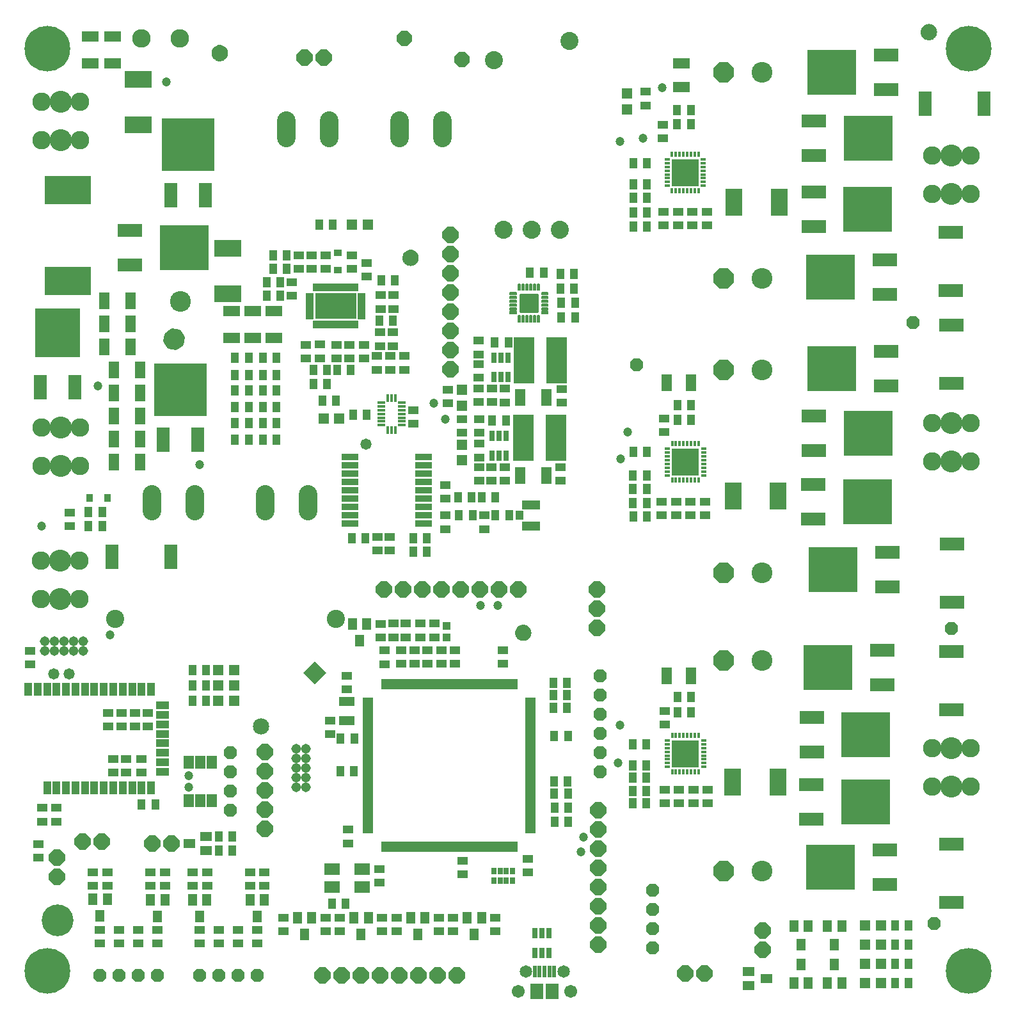
<source format=gts>
G75*
%MOIN*%
%OFA0B0*%
%FSLAX25Y25*%
%IPPOS*%
%LPD*%
%AMOC8*
5,1,8,0,0,1.08239X$1,22.5*
%
%ADD10C,0.16548*%
%ADD11R,0.05524X0.03950*%
%ADD12R,0.03950X0.05524*%
%ADD13R,0.08477X0.08477*%
%ADD14C,0.08477*%
%ADD15R,0.04737X0.06312*%
%ADD16R,0.02375X0.06115*%
%ADD17C,0.06509*%
%ADD18R,0.06706X0.08280*%
%ADD19C,0.06737*%
%ADD20OC8,0.08400*%
%ADD21R,0.07887X0.04737*%
%ADD22R,0.01900X0.05600*%
%ADD23R,0.05600X0.01900*%
%ADD24R,0.02965X0.05524*%
%ADD25R,0.07887X0.05918*%
%ADD26R,0.03162X0.01784*%
%ADD27R,0.01784X0.03162*%
%ADD28R,0.14383X0.14383*%
%ADD29OC8,0.06800*%
%ADD30R,0.12611X0.07099*%
%ADD31R,0.25209X0.23635*%
%ADD32R,0.08674X0.14186*%
%ADD33R,0.05524X0.05524*%
%ADD34R,0.06312X0.04737*%
%ADD35R,0.12887X0.06784*%
%ADD36R,0.06784X0.12887*%
%ADD37R,0.01981X0.03969*%
%ADD38R,0.03969X0.01981*%
%ADD39R,0.21469X0.13595*%
%ADD40R,0.08910X0.05800*%
%ADD41R,0.14186X0.08674*%
%ADD42R,0.07099X0.12611*%
%ADD43R,0.23635X0.25209*%
%ADD44R,0.05800X0.08910*%
%ADD45C,0.04737*%
%ADD46C,0.09400*%
%ADD47OC8,0.07887*%
%ADD48C,0.10800*%
%ADD49C,0.02160*%
%ADD50R,0.03950X0.03950*%
%ADD51R,0.27178X0.27178*%
%ADD52C,0.11430*%
%ADD53R,0.05524X0.08674*%
%ADD54OC8,0.10800*%
%ADD55R,0.08674X0.05524*%
%ADD56C,0.00698*%
%ADD57C,0.01010*%
%ADD58C,0.00500*%
%ADD59C,0.23800*%
%ADD60R,0.04068X0.03280*%
%ADD61R,0.03950X0.01784*%
%ADD62R,0.01784X0.03950*%
%ADD63R,0.08674X0.03556*%
%ADD64C,0.05800*%
%ADD65R,0.09461X0.04934*%
%ADD66R,0.03950X0.04737*%
%ADD67R,0.24422X0.14580*%
%ADD68C,0.05162*%
%ADD69R,0.02769X0.03359*%
%ADD70R,0.10643X0.24422*%
%ADD71C,0.09658*%
%ADD72C,0.09658*%
%ADD73R,0.05400X0.07100*%
%ADD74R,0.04100X0.06500*%
%ADD75R,0.06500X0.04100*%
%ADD76R,0.03280X0.04068*%
%ADD77C,0.09461*%
D10*
X0064800Y0059148D03*
D11*
X0087000Y0054191D03*
X0087000Y0047105D03*
X0097000Y0047105D03*
X0097000Y0054191D03*
X0107000Y0054191D03*
X0107000Y0047105D03*
X0117000Y0047105D03*
X0117000Y0054191D03*
X0138900Y0054191D03*
X0138900Y0047105D03*
X0148900Y0047105D03*
X0148900Y0054191D03*
X0158900Y0054191D03*
X0158900Y0047105D03*
X0168900Y0047105D03*
X0168900Y0054191D03*
X0182500Y0053405D03*
X0182500Y0060491D03*
X0172600Y0077205D03*
X0172600Y0084291D03*
X0165100Y0084291D03*
X0165100Y0077205D03*
X0142900Y0077205D03*
X0142900Y0084291D03*
X0135100Y0084291D03*
X0135100Y0077205D03*
X0120800Y0077205D03*
X0120800Y0084291D03*
X0113300Y0084291D03*
X0113300Y0077205D03*
X0090900Y0077205D03*
X0090900Y0084291D03*
X0083200Y0084291D03*
X0083200Y0077205D03*
X0055000Y0091805D03*
X0055000Y0098891D03*
X0057000Y0110605D03*
X0057000Y0117691D03*
X0064300Y0117691D03*
X0064300Y0110605D03*
X0093800Y0136205D03*
X0100600Y0136205D03*
X0108500Y0136205D03*
X0108500Y0143291D03*
X0100600Y0143291D03*
X0093800Y0143291D03*
X0091100Y0160105D03*
X0091100Y0167191D03*
X0098100Y0167191D03*
X0105100Y0167191D03*
X0111800Y0167191D03*
X0111800Y0160105D03*
X0105100Y0160105D03*
X0098100Y0160105D03*
X0050500Y0192505D03*
X0050500Y0199591D03*
X0071100Y0264505D03*
X0071100Y0271591D03*
X0194211Y0351905D03*
X0194211Y0358991D03*
X0201361Y0359041D03*
X0201361Y0351955D03*
X0210100Y0351916D03*
X0216711Y0351905D03*
X0216711Y0358991D03*
X0210100Y0359002D03*
X0224411Y0358991D03*
X0224411Y0351905D03*
X0231311Y0353091D03*
X0232711Y0358305D03*
X0239611Y0358305D03*
X0238211Y0353091D03*
X0238211Y0346005D03*
X0231311Y0346005D03*
X0245500Y0345994D03*
X0245500Y0353080D03*
X0239611Y0365391D03*
X0232711Y0365391D03*
X0233111Y0377605D03*
X0239711Y0377605D03*
X0239711Y0384691D03*
X0233111Y0384691D03*
X0225711Y0394505D03*
X0225711Y0401591D03*
X0218211Y0398405D03*
X0218211Y0405491D03*
X0204611Y0405491D03*
X0197311Y0405491D03*
X0190600Y0405580D03*
X0190600Y0398494D03*
X0197311Y0398405D03*
X0204611Y0398405D03*
X0186711Y0391491D03*
X0186711Y0384405D03*
X0250200Y0324891D03*
X0250200Y0317805D03*
X0268200Y0328505D03*
X0268200Y0335591D03*
X0284300Y0336191D03*
X0284300Y0341905D03*
X0284300Y0348991D03*
X0284300Y0354005D03*
X0284300Y0361091D03*
X0291200Y0336191D03*
X0291200Y0329105D03*
X0284300Y0329105D03*
X0284600Y0320191D03*
X0284600Y0313105D03*
X0284600Y0307391D03*
X0275500Y0313105D03*
X0275500Y0320191D03*
X0284600Y0300305D03*
X0284500Y0295291D03*
X0291000Y0295291D03*
X0297800Y0295291D03*
X0297800Y0288205D03*
X0291000Y0288205D03*
X0284500Y0288205D03*
X0266900Y0285791D03*
X0266900Y0278705D03*
X0267000Y0270091D03*
X0267000Y0263005D03*
X0287100Y0263005D03*
X0287100Y0270091D03*
X0327000Y0288105D03*
X0327000Y0295191D03*
X0327400Y0328905D03*
X0327400Y0335991D03*
X0297800Y0336091D03*
X0297800Y0329005D03*
X0237700Y0258891D03*
X0231400Y0258991D03*
X0231400Y0251905D03*
X0237700Y0251805D03*
X0239900Y0213691D03*
X0246200Y0213691D03*
X0246200Y0206605D03*
X0239900Y0206605D03*
X0233300Y0206505D03*
X0235100Y0199691D03*
X0235100Y0192605D03*
X0244000Y0192705D03*
X0250700Y0192705D03*
X0257500Y0192705D03*
X0257500Y0199791D03*
X0250700Y0199791D03*
X0244000Y0199791D03*
X0253800Y0206605D03*
X0261300Y0206605D03*
X0264700Y0199891D03*
X0264700Y0192805D03*
X0271900Y0192805D03*
X0271900Y0199891D03*
X0261300Y0213691D03*
X0253800Y0213691D03*
X0233300Y0213591D03*
X0215500Y0186491D03*
X0215500Y0179405D03*
X0206900Y0163291D03*
X0206900Y0156205D03*
X0216100Y0106391D03*
X0216100Y0099305D03*
X0232500Y0085991D03*
X0232500Y0078905D03*
X0234000Y0060491D03*
X0234000Y0053405D03*
X0241500Y0053405D03*
X0241500Y0060491D03*
X0263500Y0060491D03*
X0271000Y0060491D03*
X0271000Y0053405D03*
X0263500Y0053405D03*
X0293000Y0053405D03*
X0293000Y0060491D03*
X0275700Y0083105D03*
X0275700Y0090191D03*
X0309700Y0091191D03*
X0309700Y0084105D03*
X0381100Y0120205D03*
X0381100Y0127291D03*
X0388600Y0127291D03*
X0388600Y0120205D03*
X0396100Y0120205D03*
X0396100Y0127291D03*
X0403600Y0127291D03*
X0403600Y0120205D03*
X0381110Y0161027D03*
X0381110Y0168113D03*
X0296800Y0192705D03*
X0296800Y0199791D03*
X0379600Y0270205D03*
X0379600Y0277291D03*
X0387100Y0277291D03*
X0387100Y0270205D03*
X0394600Y0270205D03*
X0394600Y0277291D03*
X0402100Y0277291D03*
X0402100Y0270205D03*
X0380710Y0313553D03*
X0380710Y0320639D03*
X0380600Y0421205D03*
X0380600Y0428291D03*
X0388100Y0428291D03*
X0388100Y0421205D03*
X0395600Y0421205D03*
X0395600Y0428291D03*
X0403100Y0428291D03*
X0403100Y0421205D03*
X0380310Y0466405D03*
X0380310Y0473491D03*
X0371100Y0483605D03*
X0371100Y0490691D03*
X0212000Y0060491D03*
X0212000Y0053405D03*
X0204500Y0053405D03*
X0204500Y0060491D03*
D12*
X0207857Y0067748D03*
X0214943Y0067748D03*
X0155843Y0095448D03*
X0155843Y0102748D03*
X0148757Y0102748D03*
X0148757Y0095448D03*
X0115743Y0119648D03*
X0108657Y0119648D03*
X0135057Y0173348D03*
X0142143Y0173348D03*
X0142143Y0181348D03*
X0135057Y0181348D03*
X0135057Y0189648D03*
X0142143Y0189648D03*
X0212257Y0153748D03*
X0219343Y0153748D03*
X0219243Y0136848D03*
X0212157Y0136848D03*
X0323457Y0131648D03*
X0330543Y0131648D03*
X0330719Y0125065D03*
X0323632Y0125065D03*
X0323732Y0117765D03*
X0330819Y0117765D03*
X0330819Y0110365D03*
X0323732Y0110365D03*
X0364446Y0120248D03*
X0364467Y0126348D03*
X0371554Y0126348D03*
X0371533Y0120248D03*
X0371554Y0133448D03*
X0371554Y0139848D03*
X0364467Y0139848D03*
X0364467Y0133448D03*
X0364467Y0150870D03*
X0371554Y0150870D03*
X0387867Y0167370D03*
X0394954Y0167370D03*
X0394854Y0175370D03*
X0387767Y0175370D03*
X0330243Y0176448D03*
X0330243Y0182948D03*
X0323157Y0182948D03*
X0323157Y0176448D03*
X0323157Y0169848D03*
X0330243Y0169848D03*
X0330743Y0155048D03*
X0323657Y0155048D03*
X0257143Y0251148D03*
X0250057Y0251148D03*
X0250057Y0258148D03*
X0257143Y0258148D03*
X0273957Y0270048D03*
X0281043Y0270048D03*
X0280543Y0279448D03*
X0285757Y0279548D03*
X0292843Y0279548D03*
X0292957Y0270048D03*
X0300043Y0270048D03*
X0273457Y0279448D03*
X0291257Y0319548D03*
X0298343Y0319548D03*
X0299743Y0360248D03*
X0292657Y0360248D03*
X0327257Y0373248D03*
X0334343Y0373248D03*
X0334343Y0380748D03*
X0327257Y0380748D03*
X0326857Y0388248D03*
X0333943Y0388248D03*
X0333943Y0395748D03*
X0326857Y0395748D03*
X0318043Y0396548D03*
X0310957Y0396548D03*
X0364767Y0420548D03*
X0371854Y0420548D03*
X0371854Y0427848D03*
X0364767Y0427848D03*
X0364767Y0435348D03*
X0371854Y0435348D03*
X0371854Y0442448D03*
X0364767Y0442448D03*
X0364867Y0453548D03*
X0371954Y0453548D03*
X0387667Y0473848D03*
X0394754Y0473848D03*
X0394754Y0481248D03*
X0387667Y0481248D03*
X0240543Y0392359D03*
X0233457Y0392359D03*
X0232357Y0371537D03*
X0239443Y0371537D03*
X0217654Y0345948D03*
X0210568Y0345948D03*
X0205254Y0345848D03*
X0198168Y0345848D03*
X0198157Y0338559D03*
X0205243Y0338559D03*
X0202845Y0329978D03*
X0209931Y0329978D03*
X0218857Y0322348D03*
X0225943Y0322348D03*
X0178868Y0326576D03*
X0178868Y0318076D03*
X0171781Y0318076D03*
X0164368Y0318076D03*
X0157281Y0318076D03*
X0157281Y0326576D03*
X0164368Y0326576D03*
X0171781Y0326576D03*
X0171781Y0335076D03*
X0164368Y0335076D03*
X0157281Y0335076D03*
X0157281Y0343176D03*
X0164368Y0343176D03*
X0171781Y0343176D03*
X0178868Y0343176D03*
X0178868Y0335076D03*
X0178968Y0352076D03*
X0171881Y0352076D03*
X0164368Y0352076D03*
X0157281Y0352076D03*
X0173768Y0384448D03*
X0173768Y0391448D03*
X0180854Y0391448D03*
X0180854Y0384448D03*
X0184254Y0398548D03*
X0184232Y0405548D03*
X0177146Y0405548D03*
X0177168Y0398548D03*
X0201057Y0421648D03*
X0208143Y0421648D03*
X0178868Y0309576D03*
X0171781Y0309576D03*
X0164368Y0309576D03*
X0157281Y0309576D03*
X0218057Y0258148D03*
X0225143Y0258148D03*
X0088043Y0264548D03*
X0080957Y0264548D03*
X0080957Y0271848D03*
X0088043Y0271848D03*
X0364667Y0276548D03*
X0371754Y0276548D03*
X0371833Y0269348D03*
X0364746Y0269348D03*
X0364667Y0283848D03*
X0371754Y0283848D03*
X0371754Y0290848D03*
X0364667Y0290848D03*
X0364767Y0303296D03*
X0371854Y0303296D03*
X0387867Y0319696D03*
X0394954Y0319696D03*
X0394854Y0327596D03*
X0387767Y0327596D03*
X0501067Y0056348D03*
X0508154Y0056348D03*
X0508154Y0046348D03*
X0501067Y0046348D03*
X0501067Y0036348D03*
X0508154Y0036348D03*
X0508154Y0026348D03*
X0501067Y0026348D03*
D13*
G36*
X0192826Y0188167D02*
X0198819Y0194160D01*
X0204812Y0188167D01*
X0198819Y0182174D01*
X0192826Y0188167D01*
G37*
D14*
X0170981Y0160329D03*
D15*
X0222100Y0204917D03*
X0218360Y0213579D03*
X0225840Y0213579D03*
X0172640Y0069679D03*
X0168900Y0061017D03*
X0165160Y0069679D03*
X0142640Y0069679D03*
X0135160Y0069679D03*
X0138900Y0061017D03*
X0120740Y0069679D03*
X0117000Y0061017D03*
X0113260Y0069679D03*
X0090740Y0070079D03*
X0083260Y0070079D03*
X0087000Y0061417D03*
X0189760Y0060479D03*
X0197240Y0060479D03*
X0193500Y0051817D03*
X0219260Y0060479D03*
X0226740Y0060479D03*
X0223000Y0051817D03*
X0248760Y0060479D03*
X0256240Y0060479D03*
X0252500Y0051817D03*
X0278260Y0060479D03*
X0285740Y0060479D03*
X0282000Y0051817D03*
X0448370Y0056072D03*
X0455850Y0056072D03*
X0465870Y0056072D03*
X0473350Y0056072D03*
X0469610Y0046624D03*
X0469610Y0036072D03*
X0465870Y0026624D03*
X0473350Y0026624D03*
X0455850Y0026624D03*
X0448370Y0026624D03*
X0452110Y0036072D03*
X0452110Y0046624D03*
D16*
X0323661Y0032648D03*
X0321102Y0032648D03*
X0318543Y0032648D03*
X0315983Y0032648D03*
X0313424Y0032648D03*
D17*
X0308700Y0032648D03*
X0328385Y0032648D03*
D18*
X0322480Y0022018D03*
X0314606Y0022018D03*
D19*
X0304763Y0022018D03*
X0332322Y0022018D03*
D20*
X0346500Y0046348D03*
X0346500Y0056348D03*
X0346500Y0066348D03*
X0346500Y0076348D03*
X0346500Y0086348D03*
X0346500Y0096348D03*
X0346500Y0106348D03*
X0346500Y0116348D03*
X0432110Y0053848D03*
X0432110Y0043848D03*
X0401910Y0031648D03*
X0391910Y0031648D03*
X0272700Y0030548D03*
X0262700Y0030548D03*
X0252700Y0030548D03*
X0242700Y0030548D03*
X0232700Y0030548D03*
X0222700Y0030548D03*
X0212700Y0030548D03*
X0202700Y0030548D03*
X0172900Y0106848D03*
X0172900Y0116848D03*
X0172900Y0126848D03*
X0172900Y0136848D03*
X0172900Y0146848D03*
X0124100Y0099148D03*
X0114100Y0099148D03*
X0087800Y0100048D03*
X0077800Y0100048D03*
X0064400Y0091848D03*
X0064400Y0081848D03*
X0234700Y0231448D03*
X0244700Y0231448D03*
X0254700Y0231448D03*
X0264700Y0231448D03*
X0274700Y0231448D03*
X0284700Y0231448D03*
X0294700Y0231448D03*
X0304700Y0231448D03*
X0345700Y0231648D03*
X0345700Y0221648D03*
X0345700Y0211648D03*
X0269500Y0346148D03*
X0269500Y0356148D03*
X0269500Y0366148D03*
X0269500Y0376148D03*
X0269500Y0386148D03*
X0269500Y0396148D03*
X0269500Y0406148D03*
X0269500Y0416148D03*
X0203500Y0508348D03*
X0193500Y0508348D03*
D21*
X0215500Y0173169D03*
X0215500Y0163327D03*
D22*
X0234451Y0182148D03*
X0236420Y0182148D03*
X0238388Y0182148D03*
X0240357Y0182148D03*
X0242325Y0182148D03*
X0244294Y0182148D03*
X0246262Y0182148D03*
X0248231Y0182148D03*
X0250199Y0182148D03*
X0252168Y0182148D03*
X0254136Y0182148D03*
X0256105Y0182148D03*
X0258073Y0182148D03*
X0260042Y0182148D03*
X0262010Y0182148D03*
X0263979Y0182148D03*
X0265947Y0182148D03*
X0267916Y0182148D03*
X0269884Y0182148D03*
X0271853Y0182148D03*
X0273821Y0182148D03*
X0275790Y0182148D03*
X0277758Y0182148D03*
X0279727Y0182148D03*
X0281695Y0182148D03*
X0283664Y0182148D03*
X0285632Y0182148D03*
X0287601Y0182148D03*
X0289569Y0182148D03*
X0291538Y0182148D03*
X0293506Y0182148D03*
X0295475Y0182148D03*
X0297443Y0182148D03*
X0299412Y0182148D03*
X0301380Y0182148D03*
X0303349Y0182148D03*
X0303349Y0097548D03*
X0301380Y0097548D03*
X0299412Y0097548D03*
X0297443Y0097548D03*
X0295475Y0097548D03*
X0293506Y0097548D03*
X0291538Y0097548D03*
X0289569Y0097548D03*
X0287601Y0097548D03*
X0285632Y0097548D03*
X0283664Y0097548D03*
X0281695Y0097548D03*
X0279727Y0097548D03*
X0277758Y0097548D03*
X0275790Y0097548D03*
X0273821Y0097548D03*
X0271853Y0097548D03*
X0269884Y0097548D03*
X0267916Y0097548D03*
X0265947Y0097548D03*
X0263979Y0097548D03*
X0262010Y0097548D03*
X0260042Y0097548D03*
X0258073Y0097548D03*
X0256105Y0097548D03*
X0254136Y0097548D03*
X0252168Y0097548D03*
X0250199Y0097548D03*
X0248231Y0097548D03*
X0246262Y0097548D03*
X0244294Y0097548D03*
X0242325Y0097548D03*
X0240357Y0097548D03*
X0238388Y0097548D03*
X0236420Y0097548D03*
X0234451Y0097548D03*
D23*
X0226600Y0105399D03*
X0226600Y0107368D03*
X0226600Y0109336D03*
X0226600Y0111305D03*
X0226600Y0113273D03*
X0226600Y0115242D03*
X0226600Y0117210D03*
X0226600Y0119179D03*
X0226600Y0121147D03*
X0226600Y0123116D03*
X0226600Y0125084D03*
X0226600Y0127053D03*
X0226600Y0129021D03*
X0226600Y0130990D03*
X0226600Y0132958D03*
X0226600Y0134927D03*
X0226600Y0136895D03*
X0226600Y0138864D03*
X0226600Y0140832D03*
X0226600Y0142801D03*
X0226600Y0144769D03*
X0226600Y0146738D03*
X0226600Y0148706D03*
X0226600Y0150675D03*
X0226600Y0152643D03*
X0226600Y0154612D03*
X0226600Y0156580D03*
X0226600Y0158549D03*
X0226600Y0160517D03*
X0226600Y0162486D03*
X0226600Y0164454D03*
X0226600Y0166423D03*
X0226600Y0168391D03*
X0226600Y0170360D03*
X0226600Y0172328D03*
X0226600Y0174297D03*
X0311200Y0174297D03*
X0311200Y0172328D03*
X0311200Y0170360D03*
X0311200Y0168391D03*
X0311200Y0166423D03*
X0311200Y0164454D03*
X0311200Y0162486D03*
X0311200Y0160517D03*
X0311200Y0158549D03*
X0311200Y0156580D03*
X0311200Y0154612D03*
X0311200Y0152643D03*
X0311200Y0150675D03*
X0311200Y0148706D03*
X0311200Y0146738D03*
X0311200Y0144769D03*
X0311200Y0142801D03*
X0311200Y0140832D03*
X0311200Y0138864D03*
X0311200Y0136895D03*
X0311200Y0134927D03*
X0311200Y0132958D03*
X0311200Y0130990D03*
X0311200Y0129021D03*
X0311200Y0127053D03*
X0311200Y0125084D03*
X0311200Y0123116D03*
X0311200Y0121147D03*
X0311200Y0119179D03*
X0311200Y0117210D03*
X0311200Y0115242D03*
X0311200Y0113273D03*
X0311200Y0111305D03*
X0311200Y0109336D03*
X0311200Y0107368D03*
X0311200Y0105399D03*
D24*
X0313460Y0052567D03*
X0317200Y0052567D03*
X0320940Y0052567D03*
X0320940Y0042330D03*
X0317200Y0042330D03*
X0313460Y0042330D03*
X0298540Y0301230D03*
X0294800Y0301230D03*
X0291060Y0301230D03*
X0291060Y0311466D03*
X0294800Y0311466D03*
X0298540Y0311466D03*
X0299640Y0342030D03*
X0295900Y0342030D03*
X0292160Y0342030D03*
X0292160Y0352266D03*
X0295900Y0352266D03*
X0299640Y0352266D03*
D25*
X0223574Y0085972D03*
X0223574Y0076524D03*
X0207826Y0076524D03*
X0207826Y0085972D03*
D26*
X0382461Y0139080D03*
X0382461Y0141049D03*
X0382461Y0143017D03*
X0382461Y0144986D03*
X0382461Y0146954D03*
X0382461Y0148923D03*
X0382461Y0150891D03*
X0382461Y0152860D03*
X0401359Y0152860D03*
X0401359Y0150891D03*
X0401359Y0148923D03*
X0401359Y0146954D03*
X0401359Y0144986D03*
X0401359Y0143017D03*
X0401359Y0141049D03*
X0401359Y0139080D03*
X0401359Y0291006D03*
X0401359Y0292975D03*
X0401359Y0294943D03*
X0401359Y0296912D03*
X0401359Y0298880D03*
X0401359Y0300849D03*
X0401359Y0302817D03*
X0401359Y0304786D03*
X0382461Y0304786D03*
X0382461Y0302817D03*
X0382461Y0300849D03*
X0382461Y0298880D03*
X0382461Y0296912D03*
X0382461Y0294943D03*
X0382461Y0292975D03*
X0382461Y0291006D03*
X0382361Y0441758D03*
X0382361Y0443727D03*
X0382361Y0445695D03*
X0382361Y0447664D03*
X0382361Y0449632D03*
X0382361Y0451601D03*
X0382361Y0453569D03*
X0382361Y0455538D03*
X0401259Y0455538D03*
X0401259Y0453569D03*
X0401259Y0451601D03*
X0401259Y0449632D03*
X0401259Y0447664D03*
X0401259Y0445695D03*
X0401259Y0443727D03*
X0401259Y0441758D03*
D27*
X0398700Y0439199D03*
X0396731Y0439199D03*
X0394763Y0439199D03*
X0392794Y0439199D03*
X0390826Y0439199D03*
X0388857Y0439199D03*
X0386889Y0439199D03*
X0384920Y0439199D03*
X0384920Y0458097D03*
X0386889Y0458097D03*
X0388857Y0458097D03*
X0390826Y0458097D03*
X0392794Y0458097D03*
X0394763Y0458097D03*
X0396731Y0458097D03*
X0398700Y0458097D03*
X0398800Y0307345D03*
X0396831Y0307345D03*
X0394863Y0307345D03*
X0392894Y0307345D03*
X0390926Y0307345D03*
X0388957Y0307345D03*
X0386989Y0307345D03*
X0385020Y0307345D03*
X0385020Y0288447D03*
X0386989Y0288447D03*
X0388957Y0288447D03*
X0390926Y0288447D03*
X0392894Y0288447D03*
X0394863Y0288447D03*
X0396831Y0288447D03*
X0398800Y0288447D03*
X0398800Y0155419D03*
X0396831Y0155419D03*
X0394863Y0155419D03*
X0392894Y0155419D03*
X0390926Y0155419D03*
X0388957Y0155419D03*
X0386989Y0155419D03*
X0385020Y0155419D03*
X0385020Y0136521D03*
X0386989Y0136521D03*
X0388957Y0136521D03*
X0390926Y0136521D03*
X0392894Y0136521D03*
X0394863Y0136521D03*
X0396831Y0136521D03*
X0398800Y0136521D03*
D28*
X0391910Y0145970D03*
X0391910Y0297896D03*
X0391810Y0448648D03*
D29*
X0366350Y0348648D03*
X0510600Y0370348D03*
X0530650Y0211298D03*
X0374810Y0074748D03*
X0374810Y0064748D03*
X0374810Y0054748D03*
X0374810Y0044748D03*
X0347600Y0136448D03*
X0347600Y0146448D03*
X0347600Y0156448D03*
X0347600Y0166448D03*
X0347600Y0176448D03*
X0347600Y0186448D03*
X0521550Y0057548D03*
X0168900Y0030548D03*
X0158900Y0030548D03*
X0148900Y0030548D03*
X0138900Y0030548D03*
X0117000Y0030548D03*
X0107000Y0030548D03*
X0097000Y0030548D03*
X0087000Y0030548D03*
X0154800Y0116548D03*
X0154800Y0126548D03*
X0154800Y0136548D03*
X0154800Y0146548D03*
D30*
X0102411Y0400552D03*
X0102411Y0418544D03*
X0457690Y0164866D03*
X0457690Y0146874D03*
X0457610Y0129966D03*
X0457610Y0111974D03*
X0495910Y0095822D03*
X0495910Y0077830D03*
X0494390Y0181730D03*
X0494390Y0199722D03*
X0497210Y0233004D03*
X0497210Y0250996D03*
X0458610Y0268100D03*
X0458610Y0286092D03*
X0458990Y0303700D03*
X0458990Y0321692D03*
X0496390Y0337604D03*
X0496390Y0355596D03*
X0495710Y0385152D03*
X0495710Y0403144D03*
X0458710Y0420352D03*
X0458710Y0438344D03*
X0458990Y0457652D03*
X0458990Y0475644D03*
X0496390Y0491752D03*
X0496390Y0509744D03*
D31*
X0468122Y0500748D03*
X0487257Y0466648D03*
X0486978Y0429348D03*
X0467443Y0394148D03*
X0468122Y0346600D03*
X0487257Y0312696D03*
X0486878Y0277096D03*
X0468943Y0242000D03*
X0466122Y0190726D03*
X0485957Y0155870D03*
X0485878Y0120970D03*
X0467643Y0086826D03*
X0130679Y0409548D03*
D32*
X0417299Y0433148D03*
X0440921Y0433148D03*
X0440321Y0280296D03*
X0416699Y0280296D03*
X0416599Y0131070D03*
X0440221Y0131070D03*
D33*
X0485476Y0056348D03*
X0493744Y0056348D03*
X0493744Y0046348D03*
X0485476Y0046348D03*
X0485476Y0036348D03*
X0493744Y0036348D03*
X0493744Y0026348D03*
X0485476Y0026348D03*
X0275500Y0298714D03*
X0275500Y0306982D03*
X0275500Y0327314D03*
X0275500Y0335582D03*
X0211646Y0320418D03*
X0203378Y0320418D03*
X0218266Y0421648D03*
X0226534Y0421648D03*
X0361500Y0481561D03*
X0361500Y0489829D03*
X0156734Y0189648D03*
X0156734Y0181348D03*
X0156734Y0173348D03*
X0148466Y0173348D03*
X0148466Y0181348D03*
X0148466Y0189648D03*
D34*
X0142131Y0102888D03*
X0142131Y0095408D03*
X0133469Y0099148D03*
X0424886Y0032588D03*
X0424886Y0025108D03*
X0434335Y0028848D03*
D35*
X0530410Y0068454D03*
X0530410Y0098887D03*
X0530610Y0168854D03*
X0530610Y0199287D03*
X0530710Y0224680D03*
X0530710Y0255113D03*
X0530610Y0338880D03*
X0530610Y0369313D03*
X0530310Y0387031D03*
X0530310Y0417465D03*
D36*
X0516994Y0484648D03*
X0547427Y0484648D03*
X0123717Y0248559D03*
X0093283Y0248559D03*
D37*
X0198884Y0369393D03*
X0200853Y0369393D03*
X0202821Y0369393D03*
X0204790Y0369393D03*
X0206758Y0369393D03*
X0208727Y0369393D03*
X0210695Y0369393D03*
X0212664Y0369393D03*
X0214632Y0369393D03*
X0216601Y0369393D03*
X0218569Y0369393D03*
X0220538Y0369393D03*
X0220538Y0388703D03*
X0218569Y0388703D03*
X0216601Y0388703D03*
X0214632Y0388703D03*
X0212664Y0388703D03*
X0210695Y0388703D03*
X0208727Y0388703D03*
X0206758Y0388703D03*
X0204790Y0388703D03*
X0202821Y0388703D03*
X0200853Y0388703D03*
X0198884Y0388703D03*
D38*
X0196119Y0384954D03*
X0196119Y0382985D03*
X0196119Y0381017D03*
X0196119Y0379048D03*
X0196119Y0377080D03*
X0196119Y0375111D03*
X0196119Y0373143D03*
X0223303Y0373143D03*
X0223303Y0375111D03*
X0223303Y0377080D03*
X0223303Y0379048D03*
X0223303Y0381017D03*
X0223303Y0382985D03*
X0223303Y0384954D03*
D39*
X0209711Y0379048D03*
D40*
X0177600Y0376457D03*
X0166600Y0376457D03*
X0155600Y0376457D03*
X0155600Y0362639D03*
X0166600Y0362639D03*
X0177600Y0362639D03*
X0093400Y0505639D03*
X0081800Y0505639D03*
X0081800Y0519457D03*
X0093400Y0519457D03*
D41*
X0106948Y0497270D03*
X0106948Y0473648D03*
X0153411Y0409159D03*
X0153411Y0385537D03*
D42*
X0141977Y0436904D03*
X0123867Y0436904D03*
X0073907Y0336748D03*
X0055915Y0336748D03*
X0119845Y0309356D03*
X0137955Y0309356D03*
D43*
X0064911Y0365016D03*
D44*
X0089191Y0369748D03*
X0089191Y0357748D03*
X0094191Y0345748D03*
X0094191Y0333748D03*
X0108009Y0333748D03*
X0108009Y0345748D03*
X0103009Y0357748D03*
X0103009Y0369748D03*
X0103009Y0381748D03*
X0089191Y0381748D03*
X0094191Y0321748D03*
X0094191Y0309748D03*
X0094191Y0297748D03*
X0108009Y0297748D03*
X0108009Y0309748D03*
X0108009Y0321748D03*
X0305691Y0331548D03*
X0319509Y0331548D03*
X0319509Y0290748D03*
X0305691Y0290748D03*
D45*
X0266900Y0320198D03*
X0260900Y0328548D03*
X0358300Y0299548D03*
X0361850Y0313398D03*
X0294250Y0223198D03*
X0285200Y0223198D03*
X0357750Y0160698D03*
X0356850Y0141248D03*
X0338900Y0102398D03*
X0337550Y0094848D03*
X0133300Y0128548D03*
X0133300Y0134548D03*
X0092300Y0207948D03*
X0056411Y0264448D03*
X0085800Y0337548D03*
X0138711Y0296548D03*
X0121400Y0495959D03*
X0357750Y0464748D03*
X0369850Y0466498D03*
X0379710Y0492748D03*
D46*
X0331594Y0517161D03*
X0292224Y0507318D03*
X0297146Y0418932D03*
X0311909Y0418932D03*
X0326673Y0418932D03*
D47*
X0275429Y0507368D03*
X0245429Y0518391D03*
D48*
X0128981Y0381481D03*
X0431810Y0393348D03*
X0431810Y0345748D03*
X0431810Y0240048D03*
X0431810Y0194348D03*
X0431810Y0084748D03*
X0431810Y0500748D03*
D49*
X0124077Y0358921D02*
X0122997Y0357841D01*
X0120943Y0360773D01*
X0121565Y0364295D01*
X0124497Y0366349D01*
X0128019Y0365727D01*
X0130073Y0362795D01*
X0129451Y0359273D01*
X0126519Y0357219D01*
X0122997Y0357841D01*
X0123939Y0359320D01*
X0122655Y0361152D01*
X0123044Y0363353D01*
X0124876Y0364637D01*
X0127077Y0364248D01*
X0128361Y0362416D01*
X0127972Y0360215D01*
X0126140Y0358931D01*
X0123939Y0359320D01*
X0124881Y0360799D01*
X0124367Y0361532D01*
X0124523Y0362411D01*
X0125256Y0362925D01*
X0126135Y0362769D01*
X0126649Y0362036D01*
X0126493Y0361157D01*
X0125760Y0360643D01*
X0124881Y0360799D01*
D50*
X0267500Y0212501D03*
X0267500Y0206595D03*
D51*
X0128900Y0335537D03*
X0132922Y0463085D03*
D52*
X0066400Y0465548D03*
X0066400Y0485548D03*
X0066400Y0315748D03*
X0066400Y0295748D03*
X0066200Y0246448D03*
X0066200Y0226448D03*
X0530600Y0298048D03*
X0530600Y0318048D03*
X0530600Y0437348D03*
X0530600Y0457348D03*
X0530600Y0148848D03*
X0530600Y0128848D03*
D53*
X0394909Y0186470D03*
X0382311Y0186470D03*
X0382311Y0339096D03*
X0394909Y0339096D03*
D54*
X0411810Y0345748D03*
X0411810Y0393348D03*
X0411810Y0500748D03*
X0411810Y0240048D03*
X0411810Y0194348D03*
X0411810Y0084748D03*
D55*
X0389810Y0493049D03*
X0389810Y0505647D03*
D56*
X0315844Y0390642D02*
X0314798Y0390642D01*
X0315844Y0390642D02*
X0315844Y0387390D01*
X0314798Y0387390D01*
X0314798Y0390642D01*
X0314798Y0388087D02*
X0315844Y0388087D01*
X0315844Y0388784D02*
X0314798Y0388784D01*
X0314798Y0389481D02*
X0315844Y0389481D01*
X0315844Y0390178D02*
X0314798Y0390178D01*
X0313876Y0390642D02*
X0312830Y0390642D01*
X0313876Y0390642D02*
X0313876Y0387390D01*
X0312830Y0387390D01*
X0312830Y0390642D01*
X0312830Y0388087D02*
X0313876Y0388087D01*
X0313876Y0388784D02*
X0312830Y0388784D01*
X0312830Y0389481D02*
X0313876Y0389481D01*
X0313876Y0390178D02*
X0312830Y0390178D01*
X0311907Y0390642D02*
X0310861Y0390642D01*
X0311907Y0390642D02*
X0311907Y0387390D01*
X0310861Y0387390D01*
X0310861Y0390642D01*
X0310861Y0388087D02*
X0311907Y0388087D01*
X0311907Y0388784D02*
X0310861Y0388784D01*
X0310861Y0389481D02*
X0311907Y0389481D01*
X0311907Y0390178D02*
X0310861Y0390178D01*
X0309939Y0390642D02*
X0308893Y0390642D01*
X0309939Y0390642D02*
X0309939Y0387390D01*
X0308893Y0387390D01*
X0308893Y0390642D01*
X0308893Y0388087D02*
X0309939Y0388087D01*
X0309939Y0388784D02*
X0308893Y0388784D01*
X0308893Y0389481D02*
X0309939Y0389481D01*
X0309939Y0390178D02*
X0308893Y0390178D01*
X0307970Y0390642D02*
X0306924Y0390642D01*
X0307970Y0390642D02*
X0307970Y0387390D01*
X0306924Y0387390D01*
X0306924Y0390642D01*
X0306924Y0388087D02*
X0307970Y0388087D01*
X0307970Y0388784D02*
X0306924Y0388784D01*
X0306924Y0389481D02*
X0307970Y0389481D01*
X0307970Y0390178D02*
X0306924Y0390178D01*
X0306002Y0390642D02*
X0304956Y0390642D01*
X0306002Y0390642D02*
X0306002Y0387390D01*
X0304956Y0387390D01*
X0304956Y0390642D01*
X0304956Y0388087D02*
X0306002Y0388087D01*
X0306002Y0388784D02*
X0304956Y0388784D01*
X0304956Y0389481D02*
X0306002Y0389481D01*
X0306002Y0390178D02*
X0304956Y0390178D01*
X0303758Y0386192D02*
X0303758Y0385146D01*
X0300506Y0385146D01*
X0300506Y0386192D01*
X0303758Y0386192D01*
X0303758Y0385843D02*
X0300506Y0385843D01*
X0303758Y0384224D02*
X0303758Y0383178D01*
X0300506Y0383178D01*
X0300506Y0384224D01*
X0303758Y0384224D01*
X0303758Y0383875D02*
X0300506Y0383875D01*
X0303758Y0382255D02*
X0303758Y0381209D01*
X0300506Y0381209D01*
X0300506Y0382255D01*
X0303758Y0382255D01*
X0303758Y0381906D02*
X0300506Y0381906D01*
X0303758Y0380287D02*
X0303758Y0379241D01*
X0300506Y0379241D01*
X0300506Y0380287D01*
X0303758Y0380287D01*
X0303758Y0379938D02*
X0300506Y0379938D01*
X0303758Y0378318D02*
X0303758Y0377272D01*
X0300506Y0377272D01*
X0300506Y0378318D01*
X0303758Y0378318D01*
X0303758Y0377969D02*
X0300506Y0377969D01*
X0303758Y0376350D02*
X0303758Y0375304D01*
X0300506Y0375304D01*
X0300506Y0376350D01*
X0303758Y0376350D01*
X0303758Y0376001D02*
X0300506Y0376001D01*
X0304956Y0374106D02*
X0306002Y0374106D01*
X0306002Y0370854D01*
X0304956Y0370854D01*
X0304956Y0374106D01*
X0304956Y0371551D02*
X0306002Y0371551D01*
X0306002Y0372248D02*
X0304956Y0372248D01*
X0304956Y0372945D02*
X0306002Y0372945D01*
X0306002Y0373642D02*
X0304956Y0373642D01*
X0306924Y0374106D02*
X0307970Y0374106D01*
X0307970Y0370854D01*
X0306924Y0370854D01*
X0306924Y0374106D01*
X0306924Y0371551D02*
X0307970Y0371551D01*
X0307970Y0372248D02*
X0306924Y0372248D01*
X0306924Y0372945D02*
X0307970Y0372945D01*
X0307970Y0373642D02*
X0306924Y0373642D01*
X0308893Y0374106D02*
X0309939Y0374106D01*
X0309939Y0370854D01*
X0308893Y0370854D01*
X0308893Y0374106D01*
X0308893Y0371551D02*
X0309939Y0371551D01*
X0309939Y0372248D02*
X0308893Y0372248D01*
X0308893Y0372945D02*
X0309939Y0372945D01*
X0309939Y0373642D02*
X0308893Y0373642D01*
X0310861Y0374106D02*
X0311907Y0374106D01*
X0311907Y0370854D01*
X0310861Y0370854D01*
X0310861Y0374106D01*
X0310861Y0371551D02*
X0311907Y0371551D01*
X0311907Y0372248D02*
X0310861Y0372248D01*
X0310861Y0372945D02*
X0311907Y0372945D01*
X0311907Y0373642D02*
X0310861Y0373642D01*
X0312830Y0374106D02*
X0313876Y0374106D01*
X0313876Y0370854D01*
X0312830Y0370854D01*
X0312830Y0374106D01*
X0312830Y0371551D02*
X0313876Y0371551D01*
X0313876Y0372248D02*
X0312830Y0372248D01*
X0312830Y0372945D02*
X0313876Y0372945D01*
X0313876Y0373642D02*
X0312830Y0373642D01*
X0314798Y0374106D02*
X0315844Y0374106D01*
X0315844Y0370854D01*
X0314798Y0370854D01*
X0314798Y0374106D01*
X0314798Y0371551D02*
X0315844Y0371551D01*
X0315844Y0372248D02*
X0314798Y0372248D01*
X0314798Y0372945D02*
X0315844Y0372945D01*
X0315844Y0373642D02*
X0314798Y0373642D01*
X0320294Y0375304D02*
X0320294Y0376350D01*
X0320294Y0375304D02*
X0317042Y0375304D01*
X0317042Y0376350D01*
X0320294Y0376350D01*
X0320294Y0376001D02*
X0317042Y0376001D01*
X0320294Y0377272D02*
X0320294Y0378318D01*
X0320294Y0377272D02*
X0317042Y0377272D01*
X0317042Y0378318D01*
X0320294Y0378318D01*
X0320294Y0377969D02*
X0317042Y0377969D01*
X0320294Y0379241D02*
X0320294Y0380287D01*
X0320294Y0379241D02*
X0317042Y0379241D01*
X0317042Y0380287D01*
X0320294Y0380287D01*
X0320294Y0379938D02*
X0317042Y0379938D01*
X0320294Y0381209D02*
X0320294Y0382255D01*
X0320294Y0381209D02*
X0317042Y0381209D01*
X0317042Y0382255D01*
X0320294Y0382255D01*
X0320294Y0381906D02*
X0317042Y0381906D01*
X0320294Y0383178D02*
X0320294Y0384224D01*
X0320294Y0383178D02*
X0317042Y0383178D01*
X0317042Y0384224D01*
X0320294Y0384224D01*
X0320294Y0383875D02*
X0317042Y0383875D01*
X0320294Y0385146D02*
X0320294Y0386192D01*
X0320294Y0385146D02*
X0317042Y0385146D01*
X0317042Y0386192D01*
X0320294Y0386192D01*
X0320294Y0385843D02*
X0317042Y0385843D01*
D57*
X0305855Y0385293D02*
X0305855Y0376203D01*
X0305855Y0385293D02*
X0314945Y0385293D01*
X0314945Y0376203D01*
X0305855Y0376203D01*
X0305855Y0377212D02*
X0314945Y0377212D01*
X0314945Y0378221D02*
X0305855Y0378221D01*
X0305855Y0379230D02*
X0314945Y0379230D01*
X0314945Y0380239D02*
X0305855Y0380239D01*
X0305855Y0381248D02*
X0314945Y0381248D01*
X0314945Y0382257D02*
X0305855Y0382257D01*
X0305855Y0383266D02*
X0314945Y0383266D01*
X0314945Y0384275D02*
X0305855Y0384275D01*
X0305855Y0385284D02*
X0314945Y0385284D01*
D58*
X0252415Y0402872D02*
X0252593Y0403535D01*
X0252652Y0404219D01*
X0252593Y0404902D01*
X0252415Y0405565D01*
X0252125Y0406187D01*
X0251731Y0406749D01*
X0251246Y0407234D01*
X0250684Y0407628D01*
X0250062Y0407918D01*
X0249399Y0408096D01*
X0248715Y0408156D01*
X0248032Y0408096D01*
X0247369Y0407918D01*
X0246747Y0407628D01*
X0246185Y0407234D01*
X0245699Y0406749D01*
X0245306Y0406187D01*
X0245016Y0405565D01*
X0244838Y0404902D01*
X0244778Y0404219D01*
X0244838Y0403535D01*
X0245016Y0402872D01*
X0245306Y0402250D01*
X0245699Y0401688D01*
X0246185Y0401203D01*
X0246747Y0400809D01*
X0247369Y0400519D01*
X0248032Y0400341D01*
X0248715Y0400281D01*
X0249399Y0400341D01*
X0250062Y0400519D01*
X0250684Y0400809D01*
X0251246Y0401203D01*
X0251731Y0401688D01*
X0252125Y0402250D01*
X0252415Y0402872D01*
X0252475Y0403096D02*
X0244956Y0403096D01*
X0244833Y0403594D02*
X0252598Y0403594D01*
X0252641Y0404093D02*
X0244789Y0404093D01*
X0244811Y0404591D02*
X0252620Y0404591D01*
X0252542Y0405090D02*
X0244888Y0405090D01*
X0245027Y0405588D02*
X0252404Y0405588D01*
X0252172Y0406087D02*
X0245259Y0406087D01*
X0245585Y0406585D02*
X0251846Y0406585D01*
X0251397Y0407084D02*
X0246034Y0407084D01*
X0246682Y0407582D02*
X0250749Y0407582D01*
X0249454Y0408081D02*
X0247977Y0408081D01*
X0245144Y0402597D02*
X0252287Y0402597D01*
X0252019Y0402099D02*
X0245412Y0402099D01*
X0245787Y0401600D02*
X0251644Y0401600D01*
X0251102Y0401102D02*
X0246329Y0401102D01*
X0247188Y0400603D02*
X0250243Y0400603D01*
X0151846Y0507803D02*
X0152331Y0508288D01*
X0152725Y0508850D01*
X0153015Y0509472D01*
X0153193Y0510135D01*
X0153252Y0510819D01*
X0153193Y0511502D01*
X0153015Y0512165D01*
X0152725Y0512787D01*
X0152331Y0513349D01*
X0151846Y0513834D01*
X0151284Y0514228D01*
X0150662Y0514518D01*
X0149999Y0514696D01*
X0149315Y0514756D01*
X0148632Y0514696D01*
X0147969Y0514518D01*
X0147347Y0514228D01*
X0146785Y0513834D01*
X0146299Y0513349D01*
X0145906Y0512787D01*
X0145616Y0512165D01*
X0145438Y0511502D01*
X0145378Y0510819D01*
X0145438Y0510135D01*
X0145616Y0509472D01*
X0145906Y0508850D01*
X0146299Y0508288D01*
X0146785Y0507803D01*
X0147347Y0507409D01*
X0147969Y0507119D01*
X0148632Y0506941D01*
X0149315Y0506881D01*
X0149999Y0506941D01*
X0150662Y0507119D01*
X0151284Y0507409D01*
X0151846Y0507803D01*
X0151818Y0507783D02*
X0146812Y0507783D01*
X0146306Y0508282D02*
X0152325Y0508282D01*
X0152676Y0508780D02*
X0145955Y0508780D01*
X0145706Y0509279D02*
X0152925Y0509279D01*
X0153097Y0509777D02*
X0145534Y0509777D01*
X0145426Y0510276D02*
X0153205Y0510276D01*
X0153248Y0510774D02*
X0145382Y0510774D01*
X0145418Y0511273D02*
X0153213Y0511273D01*
X0153120Y0511771D02*
X0145510Y0511771D01*
X0145665Y0512270D02*
X0152966Y0512270D01*
X0152734Y0512768D02*
X0145897Y0512768D01*
X0146242Y0513267D02*
X0152389Y0513267D01*
X0151915Y0513765D02*
X0146716Y0513765D01*
X0147424Y0514264D02*
X0151207Y0514264D01*
X0151017Y0507285D02*
X0147613Y0507285D01*
X0305481Y0212358D02*
X0304919Y0211964D01*
X0304434Y0211479D01*
X0304040Y0210917D01*
X0303750Y0210295D01*
X0303573Y0209632D01*
X0303513Y0208948D01*
X0303573Y0208264D01*
X0303750Y0207602D01*
X0304040Y0206980D01*
X0304434Y0206417D01*
X0304919Y0205932D01*
X0305481Y0205538D01*
X0306103Y0205248D01*
X0306766Y0205071D01*
X0307450Y0205011D01*
X0308134Y0205071D01*
X0308797Y0205248D01*
X0309419Y0205538D01*
X0309981Y0205932D01*
X0310466Y0206417D01*
X0310860Y0206980D01*
X0311150Y0207602D01*
X0311327Y0208264D01*
X0311387Y0208948D01*
X0311327Y0209632D01*
X0311150Y0210295D01*
X0310860Y0210917D01*
X0310466Y0211479D01*
X0309981Y0211964D01*
X0309419Y0212358D01*
X0308797Y0212648D01*
X0308134Y0212825D01*
X0307450Y0212885D01*
X0306766Y0212825D01*
X0306103Y0212648D01*
X0305481Y0212358D01*
X0305208Y0212166D02*
X0309692Y0212166D01*
X0310277Y0211667D02*
X0304623Y0211667D01*
X0304217Y0211169D02*
X0310683Y0211169D01*
X0310974Y0210670D02*
X0303926Y0210670D01*
X0303718Y0210172D02*
X0311182Y0210172D01*
X0311316Y0209673D02*
X0303584Y0209673D01*
X0303533Y0209175D02*
X0311367Y0209175D01*
X0311363Y0208676D02*
X0303537Y0208676D01*
X0303596Y0208178D02*
X0311304Y0208178D01*
X0311170Y0207679D02*
X0303730Y0207679D01*
X0303947Y0207181D02*
X0310953Y0207181D01*
X0310651Y0206682D02*
X0304249Y0206682D01*
X0304668Y0206184D02*
X0310232Y0206184D01*
X0309628Y0205685D02*
X0305272Y0205685D01*
X0306334Y0205187D02*
X0308566Y0205187D01*
X0308734Y0212664D02*
X0306166Y0212664D01*
X0516781Y0518338D02*
X0517403Y0518048D01*
X0518066Y0517871D01*
X0518750Y0517811D01*
X0519434Y0517871D01*
X0520097Y0518048D01*
X0520719Y0518338D01*
X0521281Y0518732D01*
X0521766Y0519217D01*
X0522160Y0519780D01*
X0522450Y0520402D01*
X0522627Y0521064D01*
X0522687Y0521748D01*
X0522627Y0522432D01*
X0522450Y0523095D01*
X0522160Y0523717D01*
X0521766Y0524279D01*
X0521281Y0524764D01*
X0520719Y0525158D01*
X0520097Y0525448D01*
X0519434Y0525625D01*
X0518750Y0525685D01*
X0518066Y0525625D01*
X0517403Y0525448D01*
X0516781Y0525158D01*
X0516219Y0524764D01*
X0515734Y0524279D01*
X0515340Y0523717D01*
X0515050Y0523095D01*
X0514873Y0522432D01*
X0514813Y0521748D01*
X0514873Y0521064D01*
X0515050Y0520402D01*
X0515340Y0519780D01*
X0515734Y0519217D01*
X0516219Y0518732D01*
X0516781Y0518338D01*
X0516967Y0518252D02*
X0520533Y0518252D01*
X0521299Y0518750D02*
X0516201Y0518750D01*
X0515712Y0519249D02*
X0521788Y0519249D01*
X0522137Y0519747D02*
X0515363Y0519747D01*
X0515123Y0520246D02*
X0522377Y0520246D01*
X0522541Y0520744D02*
X0514959Y0520744D01*
X0514857Y0521243D02*
X0522643Y0521243D01*
X0522686Y0521741D02*
X0514814Y0521741D01*
X0514856Y0522240D02*
X0522644Y0522240D01*
X0522545Y0522739D02*
X0514955Y0522739D01*
X0515117Y0523237D02*
X0522383Y0523237D01*
X0522146Y0523736D02*
X0515354Y0523736D01*
X0515703Y0524234D02*
X0521797Y0524234D01*
X0521312Y0524733D02*
X0516188Y0524733D01*
X0516939Y0525231D02*
X0520561Y0525231D01*
D59*
X0059348Y0032996D03*
X0539663Y0032996D03*
X0539663Y0513311D03*
X0059348Y0513311D03*
D60*
X0210911Y0406976D03*
X0210911Y0397920D03*
D61*
X0233536Y0328854D03*
X0233536Y0326885D03*
X0233536Y0324917D03*
X0233536Y0322948D03*
X0233536Y0320980D03*
X0233536Y0319011D03*
X0233536Y0317043D03*
X0244264Y0317043D03*
X0244264Y0319011D03*
X0244264Y0320980D03*
X0244264Y0322948D03*
X0244264Y0324917D03*
X0244264Y0326885D03*
X0244264Y0328854D03*
D62*
X0240869Y0331265D03*
X0238900Y0331265D03*
X0236931Y0331265D03*
X0236931Y0314631D03*
X0238900Y0314631D03*
X0240869Y0314631D03*
D63*
X0255494Y0300371D03*
X0255494Y0296040D03*
X0255494Y0291709D03*
X0255494Y0287379D03*
X0255494Y0283048D03*
X0255494Y0278717D03*
X0255494Y0274387D03*
X0255494Y0270056D03*
X0255494Y0265725D03*
X0217306Y0265725D03*
X0217306Y0270056D03*
X0217306Y0274387D03*
X0217306Y0278717D03*
X0217306Y0283048D03*
X0217306Y0287379D03*
X0217306Y0291709D03*
X0217306Y0296040D03*
X0217306Y0300371D03*
D64*
X0225400Y0307248D03*
X0070800Y0187348D03*
X0062700Y0187348D03*
D65*
X0311600Y0264635D03*
X0311600Y0275461D03*
D66*
X0305596Y0270048D03*
D67*
X0070100Y0392226D03*
X0070100Y0439470D03*
D68*
X0068300Y0204548D03*
X0068300Y0199548D03*
X0063300Y0199548D03*
X0058300Y0199548D03*
X0058300Y0204548D03*
X0063300Y0204548D03*
X0073300Y0204548D03*
X0073300Y0199548D03*
X0078300Y0199548D03*
X0078300Y0204548D03*
X0189100Y0148648D03*
X0189100Y0143648D03*
X0189100Y0138648D03*
X0189100Y0133648D03*
X0189100Y0128648D03*
X0194100Y0128648D03*
X0194100Y0133648D03*
X0194100Y0138648D03*
X0194100Y0143648D03*
X0194100Y0148648D03*
D69*
X0292276Y0084709D03*
X0295425Y0084709D03*
X0298575Y0084709D03*
X0301724Y0084709D03*
X0301724Y0079787D03*
X0298575Y0079787D03*
X0295425Y0079787D03*
X0292276Y0079787D03*
D70*
X0307534Y0310348D03*
X0324463Y0310348D03*
X0324863Y0350848D03*
X0307934Y0350848D03*
D71*
X0195180Y0281306D02*
X0195180Y0272447D01*
X0172739Y0272447D02*
X0172739Y0281306D01*
X0136125Y0281306D02*
X0136125Y0272447D01*
X0113684Y0272447D02*
X0113684Y0281306D01*
X0183785Y0466935D02*
X0183785Y0475793D01*
X0206226Y0475793D02*
X0206226Y0466935D01*
X0242840Y0466935D02*
X0242840Y0475793D01*
X0265281Y0475793D02*
X0265281Y0466935D01*
D72*
X0128600Y0518548D03*
X0108600Y0518548D03*
X0076400Y0485548D03*
X0076400Y0465548D03*
X0056400Y0465548D03*
X0056400Y0485548D03*
X0056400Y0315748D03*
X0056400Y0295748D03*
X0076400Y0295748D03*
X0076400Y0315748D03*
X0076200Y0246448D03*
X0076200Y0226448D03*
X0056200Y0226448D03*
X0056200Y0246448D03*
X0520600Y0298048D03*
X0540600Y0298048D03*
X0540600Y0318048D03*
X0520600Y0318048D03*
X0520600Y0437348D03*
X0520600Y0457348D03*
X0540600Y0457348D03*
X0540600Y0437348D03*
X0540600Y0148848D03*
X0540600Y0128848D03*
X0520600Y0128848D03*
X0520600Y0148848D03*
D73*
X0145300Y0141548D03*
X0139300Y0141548D03*
X0133300Y0141548D03*
X0133300Y0121548D03*
X0139300Y0121548D03*
X0145300Y0121548D03*
D74*
X0113520Y0128048D03*
X0108600Y0128048D03*
X0103680Y0128048D03*
X0098760Y0128048D03*
X0093840Y0128048D03*
X0088920Y0128048D03*
X0084000Y0128048D03*
X0079080Y0128048D03*
X0074160Y0128048D03*
X0069240Y0128048D03*
X0064320Y0128048D03*
X0059400Y0128048D03*
X0059400Y0179648D03*
X0054480Y0179648D03*
X0049500Y0179648D03*
X0064320Y0179648D03*
X0069240Y0179648D03*
X0074160Y0179648D03*
X0079080Y0179648D03*
X0084000Y0179648D03*
X0088920Y0179648D03*
X0093840Y0179648D03*
X0098760Y0179648D03*
X0103680Y0179648D03*
X0108600Y0179648D03*
X0113520Y0179648D03*
D75*
X0119550Y0171098D03*
X0119550Y0166118D03*
X0119550Y0161198D03*
X0119550Y0156278D03*
X0119550Y0151358D03*
X0119550Y0146438D03*
X0119550Y0141518D03*
X0119550Y0136598D03*
D76*
X0090728Y0279048D03*
X0081672Y0279048D03*
D77*
X0094700Y0216148D03*
X0209700Y0216148D03*
M02*

</source>
